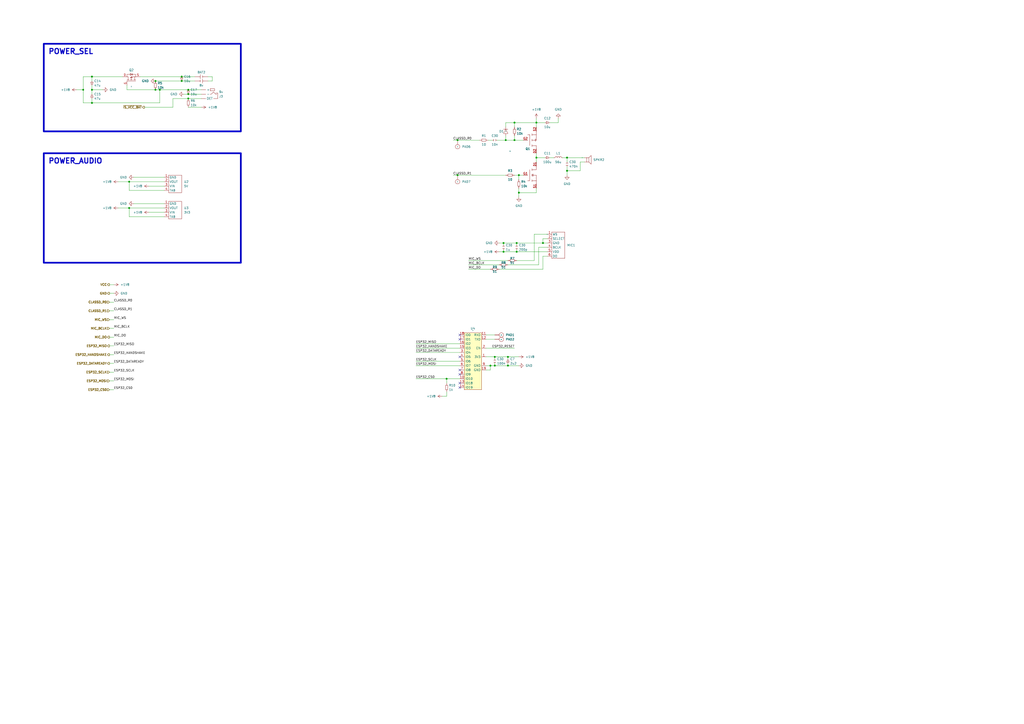
<source format=kicad_sch>
(kicad_sch (version 20230121) (generator eeschema)
  (paper "A2")
  (lib_symbols
    (symbol "a5d27_handheld_console:1117"
      (property "Reference" "U" (at 0 6.35 0))
      (symbol "1117_0_1"
        (rectangle (start -3.81 5.08) (end 3.81 -5.08))
      )
      (symbol "1117_1_1"
        (pin power_in line (at -6.35 3.81 0) (length 2.54) (name "GND") (number "1"))
        (pin power_out line (at -6.35 1.27 0) (length 2.54) (name "VOUT") (number "2"))
        (pin power_in line (at -6.35 -1.27 0) (length 2.54) (name "VIN") (number "3"))
        (pin power_out line (at -6.35 -3.81 0) (length 2.54) (name "TAB") (number "4"))
      )
    )
    (symbol "a5d27_handheld_console:3V3A_2" (power) (pin_names (offset 0))
      (property "Value" "3V3A_2" (at 0 3.556 0))
      (symbol "3V3A_2_0_1"
        (polyline (pts (xy -0.762 1.27) (xy 0 2.54)))
        (polyline (pts (xy 0 0) (xy 0 2.54)))
        (polyline (pts (xy 0 2.54) (xy 0.762 1.27)))
      )
      (symbol "3V3A_2_1_1"
        (pin power_in line (at 0 0 90) (length 0) hide (name "+1V8") (number "1"))
      )
    )
    (symbol "a5d27_handheld_console:3V3_2" (power) (pin_names (offset 0))
      (property "Value" "3V3_2" (at 0 3.556 0))
      (symbol "3V3_2_0_1"
        (polyline (pts (xy -0.762 1.27) (xy 0 2.54)))
        (polyline (pts (xy 0 0) (xy 0 2.54)))
        (polyline (pts (xy 0 2.54) (xy 0.762 1.27)))
      )
      (symbol "3V3_2_1_1"
        (pin power_in line (at 0 0 90) (length 0) hide (name "+1V8") (number "1"))
      )
    )
    (symbol "a5d27_handheld_console:5VA_2" (power) (pin_names (offset 0))
      (property "Value" "5VA_2" (at 0 3.556 0))
      (symbol "5VA_2_0_1"
        (polyline (pts (xy -0.762 1.27) (xy 0 2.54)))
        (polyline (pts (xy 0 0) (xy 0 2.54)))
        (polyline (pts (xy 0 2.54) (xy 0.762 1.27)))
      )
      (symbol "5VA_2_1_1"
        (pin power_in line (at 0 0 90) (length 0) hide (name "+1V8") (number "1"))
      )
    )
    (symbol "a5d27_handheld_console:BAT" (pin_numbers hide) (pin_names hide)
      (property "Reference" "BAT" (at 0 3.81 0))
      (symbol "BAT_0_1"
        (polyline (pts (xy -1.27 -1.27) (xy -0.635 -1.27)))
        (polyline (pts (xy -1.27 1.27) (xy -0.635 1.27)))
        (polyline (pts (xy -0.635 -0.635) (xy -0.635 -1.905)))
        (polyline (pts (xy -0.635 2.54) (xy -0.635 0)))
        (polyline (pts (xy 0.635 0) (xy 0.635 -2.54)))
        (polyline (pts (xy 0.635 1.905) (xy 0.635 0.635)))
        (polyline (pts (xy 1.27 -1.27) (xy 0.635 -1.27)))
        (polyline (pts (xy 1.27 1.27) (xy 0.635 1.27)))
      )
      (symbol "BAT_1_1"
        (pin power_out line (at -3.81 1.27 0) (length 2.54) (name "") (number "1"))
        (pin power_out line (at 3.81 1.27 180) (length 2.54) (name "") (number "2"))
        (pin power_out line (at -3.81 -1.27 0) (length 2.54) (name "") (number "3"))
        (pin power_out line (at 3.81 -1.27 180) (length 2.54) (name "") (number "4"))
      )
    )
    (symbol "a5d27_handheld_console:CAP_6.3pix5.3mm" (pin_numbers hide) (pin_names hide)
      (property "Reference" "C" (at 0 -1.905 0))
      (property "Value" "C" (at 0 1.905 0))
      (symbol "CAP_6.3pix5.3mm_0_1"
        (polyline (pts (xy 0.635 0.635) (xy 0.635 -0.635)))
        (polyline (pts (xy -0.635 0.635) (xy -0.635 -0.635) (xy 0 -0.635) (xy 0 0.635) (xy -0.635 0.635)))
      )
      (symbol "CAP_6.3pix5.3mm_1_1"
        (pin input line (at -1.27 0 0) (length 0.635) (name "") (number "1"))
        (pin input line (at 1.27 0 180) (length 0.635) (name "") (number "2"))
      )
    )
    (symbol "a5d27_handheld_console:CMS06" (pin_numbers hide) (pin_names hide)
      (property "Reference" "D" (at 0 2.54 0))
      (symbol "CMS06_0_1"
        (polyline (pts (xy 1.27 1.27) (xy 1.27 -1.27)))
        (polyline (pts (xy -1.27 1.27) (xy -1.27 -1.27) (xy 1.27 0) (xy -1.27 1.27)))
      )
      (symbol "CMS06_1_1"
        (pin passive line (at -2.54 0 0) (length 1.27) (name "") (number "1"))
        (pin passive line (at 2.54 0 180) (length 1.27) (name "") (number "2"))
      )
    )
    (symbol "a5d27_handheld_console:C_Ceramic_2012" (pin_numbers hide) (pin_names (offset 0) hide)
      (property "Reference" "C" (at 0 1.27 0))
      (symbol "C_Ceramic_2012_0_1"
        (polyline (pts (xy -0.635 0.635) (xy -0.635 -0.635)))
        (polyline (pts (xy 0.635 0.635) (xy 0.635 -0.635)))
      )
      (symbol "C_Ceramic_2012_1_1"
        (pin passive line (at -1.27 0 0) (length 0.635) (name "") (number "1"))
        (pin passive line (at 1.27 0 180) (length 0.635) (name "") (number "2"))
      )
    )
    (symbol "a5d27_handheld_console:C_Tantalum_3216" (pin_numbers hide) (pin_names (offset 0) hide)
      (property "Reference" "C" (at 0 1.905 0))
      (symbol "C_Tantalum_3216_0_1"
        (polyline (pts (xy 0.635 0.635) (xy 0.635 -0.635)))
        (polyline (pts (xy -0.635 0.635) (xy -0.635 -0.635) (xy 0 -0.635) (xy 0 0.635) (xy -0.635 0.635)))
      )
      (symbol "C_Tantalum_3216_1_1"
        (pin passive line (at -1.27 0 0) (length 0.635) (name "") (number "1"))
        (pin passive line (at 1.27 0 180) (length 0.635) (name "") (number "2"))
      )
    )
    (symbol "a5d27_handheld_console:DC_JACK" (pin_numbers hide)
      (property "Reference" "J" (at 0 3.175 0))
      (symbol "DC_JACK_0_1"
        (polyline (pts (xy 4.445 -3.81) (xy 6.985 -3.81) (xy 6.985 -0.635) (xy 5.715 -0.635)))
        (polyline (pts (xy 2.54 -1.27) (xy 3.175 -1.27) (xy 4.445 0) (xy 5.715 -1.27) (xy 6.35 -1.27)))
        (polyline (pts (xy 2.54 1.905) (xy 2.54 0.635) (xy 5.08 0.635) (xy 5.08 1.905) (xy 2.54 1.905)))
      )
      (symbol "DC_JACK_1_1"
        (pin power_out line (at -2.54 1.27 0) (length 2.54) (name "+") (number "1"))
        (pin power_out line (at -2.54 -1.27 0) (length 2.54) (name "-") (number "2"))
        (pin power_out line (at -2.54 -3.81 0) (length 2.54) (name "DET") (number "3"))
      )
    )
    (symbol "a5d27_handheld_console:DMC2400UV" (pin_names hide)
      (property "Reference" "Q" (at 10.16 0.635 0))
      (symbol "DMC2400UV_0_1"
        (polyline (pts (xy 12.7 -16.51) (xy 12.7 -17.78)))
        (polyline (pts (xy 12.7 -13.335) (xy 12.7 -14.605)))
        (polyline (pts (xy 12.7 -10.16) (xy 12.7 -11.43)))
        (polyline (pts (xy 12.7 3.81) (xy 12.7 2.54)))
        (polyline (pts (xy 12.7 6.35) (xy 14.605 6.35)))
        (polyline (pts (xy 12.7 6.985) (xy 12.7 5.715)))
        (polyline (pts (xy 12.7 10.16) (xy 12.7 8.89)))
        (polyline (pts (xy 15.24 9.525) (xy 15.24 6.35)))
        (polyline (pts (xy 10.16 -17.145) (xy 11.43 -17.145) (xy 11.43 -10.795)))
        (polyline (pts (xy 10.16 9.525) (xy 11.43 9.525) (xy 11.43 3.175)))
        (polyline (pts (xy 12.7 3.175) (xy 15.24 3.175) (xy 15.24 1.27)))
        (polyline (pts (xy 12.7 9.525) (xy 15.24 9.525) (xy 15.24 11.43)))
        (polyline (pts (xy 13.335 -13.97) (xy 15.24 -13.97) (xy 15.24 -17.145)))
        (polyline (pts (xy 15.24 -19.05) (xy 15.24 -17.145) (xy 12.7 -17.145)))
        (polyline (pts (xy 15.24 -8.89) (xy 15.24 -10.795) (xy 12.7 -10.795)))
        (polyline (pts (xy 13.335 -13.335) (xy 12.7 -13.97) (xy 13.335 -14.605) (xy 13.335 -13.335)))
        (polyline (pts (xy 14.605 6.985) (xy 15.24 6.35) (xy 14.605 5.715) (xy 14.605 6.985)))
      )
      (symbol "DMC2400UV_1_1"
        (pin input line (at 15.24 -6.35 270) (length 2.54) (name "D1") (number "D1"))
        (pin input line (at 15.24 -1.27 90) (length 2.54) (name "D2") (number "D2"))
        (pin input line (at 7.62 -13.97 0) (length 2.54) (name "G1") (number "G1"))
        (pin input line (at 7.62 6.35 0) (length 2.54) (name "G2") (number "G2"))
        (pin input line (at 15.24 -21.59 90) (length 2.54) (name "S1") (number "S1"))
        (pin input line (at 15.24 13.97 270) (length 2.54) (name "S2") (number "S2"))
      )
    )
    (symbol "a5d27_handheld_console:ESP32-C3-WROOM-02"
      (property "Reference" "U" (at 0 17.78 0))
      (symbol "ESP32-C3-WROOM-02_1_1"
        (rectangle (start -5.08 16.51) (end 5.08 -16.51) (fill (type background)))
        (pin power_in line (at 7.62 2.54 180) (length 2.54) (name "3V3") (number "1"))
        (pin bidirectional line (at -7.62 -10.16 0) (length 2.54) (name "IO10") (number "10"))
        (pin bidirectional line (at 7.62 15.24 180) (length 2.54) (name "RXD") (number "11"))
        (pin bidirectional line (at 7.62 12.7 180) (length 2.54) (name "TXD") (number "12"))
        (pin bidirectional line (at -7.62 -12.7 0) (length 2.54) (name "IO18") (number "13"))
        (pin bidirectional line (at -7.62 -15.24 0) (length 2.54) (name "IO19") (number "14"))
        (pin bidirectional line (at -7.62 7.62 0) (length 2.54) (name "IO3") (number "15"))
        (pin bidirectional line (at -7.62 10.16 0) (length 2.54) (name "IO2") (number "16"))
        (pin bidirectional line (at -7.62 12.7 0) (length 2.54) (name "IO1") (number "17"))
        (pin bidirectional line (at -7.62 15.24 0) (length 2.54) (name "IO0") (number "18"))
        (pin power_in line (at 7.62 -5.08 180) (length 2.54) (name "GND") (number "19"))
        (pin input line (at 7.62 7.62 180) (length 2.54) (name "EN") (number "2"))
        (pin bidirectional line (at -7.62 5.08 0) (length 2.54) (name "IO4") (number "3"))
        (pin bidirectional line (at -7.62 2.54 0) (length 2.54) (name "IO5") (number "4"))
        (pin bidirectional line (at -7.62 0 0) (length 2.54) (name "IO6") (number "5"))
        (pin bidirectional line (at -7.62 -2.54 0) (length 2.54) (name "IO7") (number "6"))
        (pin bidirectional line (at -7.62 -5.08 0) (length 2.54) (name "IO8") (number "7"))
        (pin bidirectional line (at -7.62 -7.62 0) (length 2.54) (name "IO9") (number "8"))
        (pin power_in line (at 7.62 -2.54 180) (length 2.54) (name "GND") (number "9"))
      )
    )
    (symbol "a5d27_handheld_console:GND_2" (power) (pin_names (offset 0))
      (property "Value" "GND_2" (at 0 -3.81 0))
      (symbol "GND_2_0_1"
        (polyline (pts (xy 0 0) (xy 0 -1.27) (xy 1.27 -1.27) (xy 0 -2.54) (xy -1.27 -1.27) (xy 0 -1.27)))
      )
      (symbol "GND_2_1_1"
        (pin power_in line (at 0 0 270) (length 0) hide (name "GND") (number "1"))
      )
    )
    (symbol "a5d27_handheld_console:LQH3NPH560MMEL" (pin_numbers hide) (pin_names hide)
      (property "Reference" "L" (at 0 1.905 0))
      (property "Value" "L" (at 0 -1.27 0))
      (symbol "LQH3NPH560MMEL_0_1"
        (arc (start -1.27 0.635) (mid -1.719 0.449) (end -1.905 0))
        (arc (start -0.635 0) (mid -0.821 0.449) (end -1.27 0.635))
        (arc (start 0 0.635) (mid -0.449 0.449) (end -0.635 0))
        (arc (start 0.635 0) (mid 0.449 0.449) (end 0 0.635))
        (arc (start 1.27 0.635) (mid 0.821 0.449) (end 0.635 0))
        (arc (start 1.905 0) (mid 1.719 0.449) (end 1.27 0.635))
      )
      (symbol "LQH3NPH560MMEL_1_1"
        (pin input line (at -2.54 0 0) (length 0.635) (name "") (number "1"))
        (pin input line (at 2.54 0 180) (length 0.635) (name "") (number "2"))
      )
    )
    (symbol "a5d27_handheld_console:P-FET"
      (property "Reference" "Q" (at 3.175 0 0))
      (symbol "P-FET_0_1"
        (polyline (pts (xy -2.54 2.54) (xy -2.54 -2.54)))
        (polyline (pts (xy -1.905 -1.27) (xy -1.905 -2.54)))
        (polyline (pts (xy -1.905 0.635) (xy -1.905 -0.635)))
        (polyline (pts (xy -1.905 2.54) (xy -1.905 1.27)))
        (polyline (pts (xy -0.635 -0.635) (xy 0 0)))
        (polyline (pts (xy -0.635 0.635) (xy -0.635 -0.635)))
        (polyline (pts (xy -0.635 0.635) (xy 0 0)))
        (polyline (pts (xy 0 -1.905) (xy -1.905 -1.905)))
        (polyline (pts (xy 1.905 -0.635) (xy 0.635 -0.635)))
        (polyline (pts (xy 0 -2.54) (xy 0 0) (xy -1.905 0)))
        (polyline (pts (xy 0 2.54) (xy 0 1.905) (xy -1.905 1.905)))
        (polyline (pts (xy 0 2.54) (xy 1.27 2.54) (xy 1.27 -2.54) (xy 0 -2.54)))
        (polyline (pts (xy 1.905 0.635) (xy 1.27 -0.635) (xy 0.635 0.635) (xy 1.905 0.635)))
      )
      (symbol "P-FET_1_1"
        (pin input line (at 0 5.08 270) (length 2.54) (name "") (number "D"))
        (pin input line (at -5.08 2.54 0) (length 2.54) (name "") (number "G"))
        (pin input line (at 0 -5.08 90) (length 2.54) (name "") (number "S"))
      )
    )
    (symbol "a5d27_handheld_console:PAD" (pin_numbers hide) (pin_names hide)
      (property "Reference" "PAD" (at 0 3.175 0))
      (symbol "PAD_0_1"
        (circle (center 0 0) (radius 1.27))
      )
      (symbol "PAD_1_1"
        (pin input line (at -3.81 0 0) (length 2.54) (name "1") (number "1"))
      )
    )
    (symbol "a5d27_handheld_console:R_2012" (pin_numbers hide) (pin_names hide)
      (property "Reference" "R" (at 0 0.635 0))
      (symbol "R_2012_0_1"
        (polyline (pts (xy -1.27 -0.635) (xy -1.27 -1.905) (xy 1.27 -1.905) (xy 1.27 -0.635) (xy -1.27 -0.635)))
      )
      (symbol "R_2012_1_1"
        (pin passive line (at -2.54 -1.27 0) (length 1.27) (name "") (number "1"))
        (pin passive line (at 2.54 -1.27 180) (length 1.27) (name "") (number "2"))
      )
    )
    (symbol "a5d27_handheld_console:SPEAKER" (pin_numbers hide) (pin_names hide)
      (property "Reference" "SPKR" (at 0 3.81 0))
      (symbol "SPEAKER_0_1"
        (polyline (pts (xy 0 1.27) (xy 1.27 2.54) (xy 1.27 -2.54) (xy 0 -1.27)))
        (polyline (pts (xy -1.27 1.27) (xy -1.27 -1.27) (xy 0 -1.27) (xy 0 1.27) (xy -1.27 1.27)))
      )
      (symbol "SPEAKER_1_1"
        (pin passive line (at -2.54 1.27 0) (length 1.27) (name "") (number "1"))
        (pin passive line (at -2.54 -1.27 0) (length 1.27) (name "") (number "2"))
      )
    )
    (symbol "a5d27_handheld_console:SPH0645LM4H-B"
      (property "Reference" "MIC" (at 0 8.89 0))
      (symbol "SPH0645LM4H-B_0_1"
        (rectangle (start -3.81 7.62) (end 3.81 -7.62))
      )
      (symbol "SPH0645LM4H-B_1_1"
        (pin input line (at -6.35 6.35 0) (length 2.54) (name "WS") (number "1"))
        (pin input line (at -6.35 3.81 0) (length 2.54) (name "SELECT") (number "2"))
        (pin input line (at -6.35 1.27 0) (length 2.54) (name "GND") (number "3"))
        (pin input line (at -6.35 -1.27 0) (length 2.54) (name "BCLK") (number "4"))
        (pin input line (at -6.35 -3.81 0) (length 2.54) (name "VDD") (number "5"))
        (pin input line (at -6.35 -6.35 0) (length 2.54) (name "DO") (number "6"))
      )
    )
    (symbol "a5d27_handheld_console:VCC_2" (power) (pin_names (offset 0))
      (property "Value" "VCC_2" (at 0 3.556 0))
      (symbol "VCC_2_0_1"
        (polyline (pts (xy -0.762 1.27) (xy 0 2.54)))
        (polyline (pts (xy 0 0) (xy 0 2.54)))
        (polyline (pts (xy 0 2.54) (xy 0.762 1.27)))
      )
      (symbol "VCC_2_1_1"
        (pin power_in line (at 0 0 90) (length 0) hide (name "+1V8") (number "1"))
      )
    )
  )
  (junction (at 90.17 46.99))
  (junction (at 292.1 146.05))
  (junction (at 294.64 212.09))
  (junction (at 53.34 59.69))
  (junction (at 328.93 91.44))
  (junction (at 298.45 71.12))
  (junction (at 294.64 207.01))
  (junction (at 293.37 81.28))
  (junction (at 311.15 91.44))
  (junction (at 109.22 57.15))
  (junction (at 292.1 140.97))
  (junction (at 311.15 71.12))
  (junction (at 105.41 44.45))
  (junction (at 287.02 212.09))
  (junction (at 90.17 52.07))
  (junction (at 74.93 105.41))
  (junction (at 284.48 212.09))
  (junction (at 53.34 52.07))
  (junction (at 48.26 52.07))
  (junction (at 109.22 54.61))
  (junction (at 265.43 81.28))
  (junction (at 300.99 101.6))
  (junction (at 287.02 207.01))
  (junction (at 298.45 81.28))
  (junction (at 328.93 99.06))
  (junction (at 299.72 140.97))
  (junction (at 299.72 146.05))
  (junction (at 259.08 219.71))
  (junction (at 265.43 101.6))
  (junction (at 105.41 46.99))
  (junction (at 74.93 120.65))
  (junction (at 109.22 52.07))
  (junction (at 53.34 44.45))
  (junction (at 300.99 111.76))
  (junction (at 92.71 52.07))
  (junction (at 314.96 140.97))
  (no_connect (at 266.7 194.31))
  (no_connect (at 266.7 207.01))
  (no_connect (at 266.7 217.17))
  (no_connect (at 266.7 214.63))
  (no_connect (at 266.7 224.79))
  (no_connect (at 266.7 196.85))
  (no_connect (at 266.7 222.25))
  (wire (pts (xy 262.89 81.28) (xy 265.43 81.28)))
  (wire (pts (xy 281.94 194.31) (xy 287.02 194.31)))
  (wire (pts (xy 294.64 207.01) (xy 300.99 207.01)))
  (wire (pts (xy 326.39 91.44) (xy 328.93 91.44)))
  (wire (pts (xy 90.17 46.99) (xy 105.41 46.99)))
  (wire (pts (xy 105.41 46.99) (xy 113.03 46.99)))
  (wire (pts (xy 314.96 140.97) (xy 317.5 140.97)))
  (wire (pts (xy 318.77 91.44) (xy 321.31 91.44)))
  (wire (pts (xy 289.56 156.21) (xy 314.96 156.21)))
  (wire (pts (xy 299.72 146.05) (xy 317.5 146.05)))
  (wire (pts (xy 63.5 185.42) (xy 66.04 185.42)))
  (wire (pts (xy 293.37 71.12) (xy 293.37 73.66)))
  (wire (pts (xy 293.37 78.74) (xy 293.37 81.28)))
  (wire (pts (xy 63.5 195.58) (xy 66.04 195.58)))
  (wire (pts (xy 63.5 175.26) (xy 66.04 175.26)))
  (wire (pts (xy 281.94 196.85) (xy 287.02 196.85)))
  (wire (pts (xy 63.5 165.1) (xy 66.04 165.1)))
  (wire (pts (xy 68.58 105.41) (xy 74.93 105.41)))
  (wire (pts (xy 241.3 212.09) (xy 266.7 212.09)))
  (wire (pts (xy 120.65 44.45) (xy 123.19 44.45)))
  (wire (pts (xy 241.3 201.93) (xy 266.7 201.93)))
  (wire (pts (xy 300.99 111.76) (xy 311.15 111.76)))
  (wire (pts (xy 336.55 93.98) (xy 339.09 93.98)))
  (wire (pts (xy 262.89 101.6) (xy 265.43 101.6)))
  (wire (pts (xy 86.36 123.19) (xy 95.25 123.19)))
  (wire (pts (xy 63.5 200.66) (xy 66.04 200.66)))
  (wire (pts (xy 299.72 151.13) (xy 309.88 151.13)))
  (wire (pts (xy 311.15 88.9) (xy 311.15 91.44)))
  (wire (pts (xy 53.34 59.69) (xy 48.26 59.69)))
  (wire (pts (xy 323.85 71.12) (xy 323.85 68.58)))
  (wire (pts (xy 63.5 205.74) (xy 66.04 205.74)))
  (wire (pts (xy 283.21 81.28) (xy 285.75 81.28)))
  (wire (pts (xy 63.5 210.82) (xy 66.04 210.82)))
  (wire (pts (xy 294.64 210.82) (xy 294.64 212.09)))
  (wire (pts (xy 265.43 81.28) (xy 278.13 81.28)))
  (wire (pts (xy 281.94 207.01) (xy 287.02 207.01)))
  (wire (pts (xy 241.3 219.71) (xy 259.08 219.71)))
  (wire (pts (xy 83.82 62.23) (xy 100.33 62.23)))
  (wire (pts (xy 311.15 91.44) (xy 316.23 91.44)))
  (wire (pts (xy 300.99 101.6) (xy 303.53 101.6)))
  (wire (pts (xy 298.45 78.74) (xy 298.45 81.28)))
  (wire (pts (xy 314.96 148.59) (xy 314.96 156.21)))
  (wire (pts (xy 63.5 180.34) (xy 66.04 180.34)))
  (wire (pts (xy 259.08 229.87) (xy 259.08 227.33)))
  (wire (pts (xy 92.71 52.07) (xy 109.22 52.07)))
  (wire (pts (xy 300.99 109.22) (xy 300.99 111.76)))
  (wire (pts (xy 100.33 57.15) (xy 100.33 62.23)))
  (wire (pts (xy 53.34 44.45) (xy 53.34 46.99)))
  (wire (pts (xy 292.1 146.05) (xy 299.72 146.05)))
  (wire (pts (xy 328.93 91.44) (xy 339.09 91.44)))
  (wire (pts (xy 105.41 44.45) (xy 113.03 44.45)))
  (wire (pts (xy 74.93 120.65) (xy 74.93 125.73)))
  (wire (pts (xy 314.96 138.43) (xy 314.96 140.97)))
  (wire (pts (xy 284.48 212.09) (xy 287.02 212.09)))
  (wire (pts (xy 294.64 212.09) (xy 300.99 212.09)))
  (wire (pts (xy 317.5 138.43) (xy 314.96 138.43)))
  (wire (pts (xy 71.12 44.45) (xy 53.34 44.45)))
  (wire (pts (xy 317.5 143.51) (xy 312.42 143.51)))
  (wire (pts (xy 81.28 44.45) (xy 105.41 44.45)))
  (wire (pts (xy 259.08 222.25) (xy 259.08 219.71)))
  (wire (pts (xy 48.26 44.45) (xy 48.26 52.07)))
  (wire (pts (xy 109.22 54.61) (xy 116.84 54.61)))
  (wire (pts (xy 292.1 144.78) (xy 292.1 146.05)))
  (wire (pts (xy 241.3 204.47) (xy 266.7 204.47)))
  (wire (pts (xy 284.48 214.63) (xy 284.48 212.09)))
  (wire (pts (xy 281.94 214.63) (xy 284.48 214.63)))
  (wire (pts (xy 309.88 135.89) (xy 309.88 151.13)))
  (wire (pts (xy 311.15 111.76) (xy 311.15 109.22)))
  (wire (pts (xy 287.02 207.01) (xy 294.64 207.01)))
  (wire (pts (xy 292.1 140.97) (xy 292.1 142.24)))
  (wire (pts (xy 259.08 219.71) (xy 266.7 219.71)))
  (wire (pts (xy 300.99 111.76) (xy 300.99 114.3)))
  (wire (pts (xy 298.45 71.12) (xy 293.37 71.12)))
  (wire (pts (xy 90.17 52.07) (xy 92.71 52.07)))
  (wire (pts (xy 281.94 212.09) (xy 284.48 212.09)))
  (wire (pts (xy 77.47 118.11) (xy 95.25 118.11)))
  (wire (pts (xy 73.66 52.07) (xy 90.17 52.07)))
  (wire (pts (xy 299.72 140.97) (xy 314.96 140.97)))
  (wire (pts (xy 289.56 146.05) (xy 292.1 146.05)))
  (wire (pts (xy 241.3 209.55) (xy 266.7 209.55)))
  (wire (pts (xy 299.72 140.97) (xy 299.72 142.24)))
  (wire (pts (xy 299.72 144.78) (xy 299.72 146.05)))
  (wire (pts (xy 63.5 190.5) (xy 66.04 190.5)))
  (wire (pts (xy 74.93 125.73) (xy 95.25 125.73)))
  (wire (pts (xy 271.78 156.21) (xy 284.48 156.21)))
  (wire (pts (xy 318.77 71.12) (xy 323.85 71.12)))
  (wire (pts (xy 312.42 143.51) (xy 312.42 153.67)))
  (wire (pts (xy 256.54 229.87) (xy 259.08 229.87)))
  (wire (pts (xy 53.34 52.07) (xy 53.34 54.61)))
  (wire (pts (xy 336.55 99.06) (xy 336.55 93.98)))
  (wire (pts (xy 287.02 207.01) (xy 287.02 208.28)))
  (wire (pts (xy 288.29 81.28) (xy 293.37 81.28)))
  (wire (pts (xy 109.22 57.15) (xy 100.33 57.15)))
  (wire (pts (xy 287.02 210.82) (xy 287.02 212.09)))
  (wire (pts (xy 123.19 46.99) (xy 120.65 46.99)))
  (wire (pts (xy 292.1 140.97) (xy 299.72 140.97)))
  (wire (pts (xy 48.26 52.07) (xy 48.26 59.69)))
  (wire (pts (xy 311.15 71.12) (xy 316.23 71.12)))
  (wire (pts (xy 92.71 59.69) (xy 53.34 59.69)))
  (wire (pts (xy 311.15 71.12) (xy 298.45 71.12)))
  (wire (pts (xy 95.25 120.65) (xy 74.93 120.65)))
  (wire (pts (xy 92.71 52.07) (xy 92.71 59.69)))
  (wire (pts (xy 106.68 54.61) (xy 109.22 54.61)))
  (wire (pts (xy 287.02 212.09) (xy 294.64 212.09)))
  (wire (pts (xy 328.93 99.06) (xy 328.93 101.6)))
  (wire (pts (xy 63.5 220.98) (xy 66.04 220.98)))
  (wire (pts (xy 298.45 101.6) (xy 300.99 101.6)))
  (wire (pts (xy 294.64 153.67) (xy 312.42 153.67)))
  (wire (pts (xy 271.78 151.13) (xy 294.64 151.13)))
  (wire (pts (xy 77.47 102.87) (xy 95.25 102.87)))
  (wire (pts (xy 74.93 110.49) (xy 95.25 110.49)))
  (wire (pts (xy 317.5 135.89) (xy 309.88 135.89)))
  (wire (pts (xy 311.15 91.44) (xy 311.15 93.98)))
  (wire (pts (xy 271.78 153.67) (xy 289.56 153.67)))
  (wire (pts (xy 109.22 52.07) (xy 116.84 52.07)))
  (wire (pts (xy 311.15 68.58) (xy 311.15 71.12)))
  (wire (pts (xy 109.22 62.23) (xy 116.84 62.23)))
  (wire (pts (xy 328.93 99.06) (xy 336.55 99.06)))
  (wire (pts (xy 298.45 71.12) (xy 298.45 73.66)))
  (wire (pts (xy 289.56 140.97) (xy 292.1 140.97)))
  (wire (pts (xy 123.19 44.45) (xy 123.19 46.99)))
  (wire (pts (xy 95.25 105.41) (xy 74.93 105.41)))
  (wire (pts (xy 86.36 107.95) (xy 95.25 107.95)))
  (wire (pts (xy 74.93 105.41) (xy 74.93 110.49)))
  (wire (pts (xy 44.45 52.07) (xy 48.26 52.07)))
  (wire (pts (xy 328.93 96.52) (xy 328.93 99.06)))
  (wire (pts (xy 63.5 226.06) (xy 66.04 226.06)))
  (wire (pts (xy 298.45 81.28) (xy 303.53 81.28)))
  (wire (pts (xy 63.5 215.9) (xy 66.04 215.9)))
  (wire (pts (xy 293.37 81.28) (xy 298.45 81.28)))
  (wire (pts (xy 53.34 52.07) (xy 59.69 52.07)))
  (wire (pts (xy 53.34 57.15) (xy 53.34 59.69)))
  (wire (pts (xy 73.66 52.07) (xy 73.66 49.53)))
  (wire (pts (xy 241.3 199.39) (xy 266.7 199.39)))
  (wire (pts (xy 300.99 101.6) (xy 300.99 104.14)))
  (wire (pts (xy 265.43 101.6) (xy 293.37 101.6)))
  (wire (pts (xy 116.84 57.15) (xy 109.22 57.15)))
  (wire (pts (xy 63.5 170.18) (xy 66.04 170.18)))
  (wire (pts (xy 53.34 49.53) (xy 53.34 52.07)))
  (wire (pts (xy 311.15 71.12) (xy 311.15 73.66)))
  (wire (pts (xy 294.64 207.01) (xy 294.64 208.28)))
  (wire (pts (xy 328.93 91.44) (xy 328.93 93.98)))
  (wire (pts (xy 53.34 44.45) (xy 48.26 44.45)))
  (wire (pts (xy 317.5 148.59) (xy 314.96 148.59)))
  (wire (pts (xy 68.58 120.65) (xy 74.93 120.65)))
  (wire (pts (xy 281.94 201.93) (xy 298.45 201.93)))
  (rectangle (start 25.4 88.9) (end 139.7 152.4) (stroke (width 1)))
  (rectangle (start 25.4 25.4) (end 139.7 76.2) (stroke (width 1)))
  (text "POWER_SEL" (at 27.94 31.75 0) (effects (font (size 3 3) bold) (justify left bottom)))
  (text "POWER_AUDIO" (at 27.94 95.25 0) (effects (font (size 3 3) bold) (justify left bottom)))
  (label "MIC_BCLK" (at 271.78 153.67 0))
  (label "ESP32_MISO" (at 66.04 200.66 0))
  (label "ESP32_CS0" (at 66.04 226.06 0))
  (label "ESP32_RESET" (at 298.45 201.93 180))
  (label "CLASSD_R1" (at 262.89 101.6 0))
  (label "CLASSD_R0" (at 66.04 175.26 0))
  (label "MIC_WS" (at 66.04 185.42 0))
  (label "ESP32_HANDSHAKE" (at 241.3 201.93 0))
  (label "ESP32_SCLK" (at 66.04 215.9 0))
  (label "CLASSD_R1" (at 66.04 180.34 0))
  (label "ESP32_SCLK" (at 241.3 209.55 0))
  (label "ESP32_CS0" (at 241.3 219.71 0))
  (label "ESP32_MOSI" (at 241.3 212.09 0))
  (label "ESP32_MISO" (at 241.3 199.39 0))
  (label "MIC_DO" (at 66.04 195.58 0))
  (label "ESP32_DATAREADY" (at 241.3 204.47 0))
  (label "ESP32_DATAREADY" (at 66.04 210.82 0))
  (label "MIC_BCLK" (at 66.04 190.5 0))
  (label "MIC_WS" (at 271.78 151.13 0))
  (label "MIC_DO" (at 271.78 156.21 0))
  (label "CLASSD_R0" (at 262.89 81.28 0))
  (label "ESP32_HANDSHAKE" (at 66.04 205.74 0))
  (label "ESP32_MOSI" (at 66.04 220.98 0))
  (hierarchical_label "ESP32_SCLK" (shape input) (at 63.5 215.9 180) (effects (font bold)))
  (hierarchical_label "GND" (shape output) (at 63.5 170.18 180) (effects (font bold)))
  (hierarchical_label "ESP32_MISO" (shape output) (at 63.5 200.66 180) (effects (font bold)))
  (hierarchical_label "CLASSD_R0" (shape input) (at 63.5 175.26 180) (effects (font (thickness 0.254) bold)))
  (hierarchical_label "ESP32_HANDSHAKE" (shape output) (at 63.5 205.74 180) (effects (font bold)))
  (hierarchical_label "CLASSD_R1" (shape input) (at 63.5 180.34 180) (effects (font (thickness 0.254) bold)))
  (hierarchical_label "MIC_DO" (shape output) (at 63.5 195.58 180) (effects (font bold)))
  (hierarchical_label "ESP32_DATAREADY" (shape output) (at 63.5 210.82 180) (effects (font bold)))
  (hierarchical_label "ESP32_MOSI" (shape input) (at 63.5 220.98 180) (effects (font bold)))
  (hierarchical_label "~{IS_VCC_BAT}" (shape output) (at 83.82 62.23 180) (effects (font bold)))
  (hierarchical_label "VCC" (shape output) (at 63.5 165.1 180) (effects (font bold)))
  (hierarchical_label "ESP32_CS0" (shape input) (at 63.5 226.06 180) (effects (font bold)))
  (hierarchical_label "MIC_BCLK" (shape input) (at 63.5 190.5 180) (effects (font bold)))
  (hierarchical_label "MIC_WS" (shape input) (at 63.5 185.42 180) (effects (font bold)))
  (symbol (lib_id "a5d27_handheld_console:CAP_6.3pix5.3mm") (at 317.5 91.44 0) (unit 1)
    (property "Reference" "C11" (at 317.5 88.9 0))
    (property "Value" "100u" (at 317.5 93.98 0))
    (property "Footprint" "a5d27_handheld_console:CAP_6.3pix5.3mm" (effects hide))
    (property "Datasheet" "https://www.devicemart.co.kr/goods/view?no=4249" (effects hide))
  )
  (symbol (lib_id "a5d27_handheld_console:C_Tantalum_3216") (at 53.34 55.88 270) (mirror x) (unit 1)
    (property "Reference" "C15" (at 54.61 54.61 90) (effects (justify left)))
    (property "Value" "47u" (at 54.61 57.15 90) (effects (justify left)))
    (property "Footprint" "a5d27_handheld_console:C_Tantalum_3216" (effects hide))
  )
  (symbol (lib_id "a5d27_handheld_console:R_2012") (at 287.02 157.48 180) (unit 1)
    (property "Reference" "R9" (at 287.02 154.94 0))
    (property "Value" "51" (at 287.02 157.48 0))
    (property "Footprint" "a5d27_handheld_console:R_2012" (effects hide))
  )
  (symbol (lib_id "a5d27_handheld_console:GND_2") (at 289.56 140.97 270) (unit 1)
    (property "Reference" "#PWR080" (effects hide))
    (property "Value" "GND_2" (at 285.75 140.97 90) (effects (justify right)))
  )
  (symbol (lib_id "a5d27_handheld_console:C_Ceramic_2012") (at 299.72 143.51 270) (unit 1)
    (property "Reference" "C30" (at 300.99 142.24 90) (effects (justify left)))
    (property "Value" "200p" (at 300.99 144.78 90) (effects (justify left)))
    (property "Footprint" "a5d27_handheld_console:C_Ceramic_2012" (effects hide))
    (instances (project "a5d27_handheld_console_pcb" (path "" (reference "C30") (unit 1)) (path "" (reference "C18") (unit 1))))
  )
  (symbol (lib_id "a5d27_handheld_console:GND_2") (at 323.85 68.58 180) (unit 1)
    (property "Reference" "#PWR062" (effects hide))
    (property "Value" "GND_2" (at 323.85 63.5 0))
  )
  (symbol (lib_id "a5d27_handheld_console:GND_2") (at 300.99 212.09 90) (unit 1)
    (property "Reference" "#PWR083" (effects hide))
    (property "Value" "GND_2" (at 304.8 212.09 90) (effects (justify right)))
  )
  (symbol (lib_id "a5d27_handheld_console:C_Tantalum_3216") (at 294.64 209.55 90) (unit 1)
    (property "Reference" "C7" (at 295.91 208.28 90) (effects (justify right)))
    (property "Value" "2u2" (at 295.91 210.82 90) (effects (justify right)))
    (property "Footprint" "a5d27_handheld_console:C_Tantalum_3216" (effects hide))
    (instances (project "a5d27_handheld_console_pcb" (path "" (reference "C7") (unit 1)) (path "" (reference "C39") (unit 1))))
  )
  (symbol (lib_id "a5d27_handheld_console:BAT") (at 116.84 45.72 0) (unit 1)
    (property "Reference" "BAT2" (at 116.84 41.91 0))
    (property "Value" "8v" (at 116.84 49.53 0))
    (property "Footprint" "a5d27_handheld_console:BAT" (effects hide))
  )
  (symbol (lib_id "a5d27_handheld_console:R_2012") (at 297.18 152.4 180) (unit 1)
    (property "Reference" "R7" (at 297.18 149.86 0))
    (property "Value" "51" (at 297.18 152.4 0))
    (property "Footprint" "a5d27_handheld_console:R_2012" (effects hide))
  )
  (symbol (lib_id "a5d27_handheld_console:C_Tantalum_3216") (at 317.5 71.12 0) (unit 1)
    (property "Reference" "C12" (at 317.5 68.58 0))
    (property "Value" "10u" (at 317.5 73.66 0))
    (property "Footprint" "a5d27_handheld_console:C_Tantalum_3216" (effects hide))
  )
  (symbol (lib_id "a5d27_handheld_console:R_2012") (at 295.91 100.33 0) (unit 1)
    (property "Reference" "R3" (at 295.91 99.06 0))
    (property "Value" "10" (at 295.91 104.14 0))
    (property "Footprint" "a5d27_handheld_console:R_2012" (effects hide))
  )
  (symbol (lib_id "a5d27_handheld_console:R_2012") (at 299.72 106.68 90) (unit 1)
    (property "Reference" "R4" (at 302.26 105.41 90) (effects (justify right)))
    (property "Value" "10k" (at 302.26 107.95 90) (effects (justify right)))
    (property "Footprint" "a5d27_handheld_console:R_2012" (effects hide))
  )
  (symbol (lib_id "a5d27_handheld_console:GND_2") (at 328.93 101.6 0) (unit 1)
    (property "Reference" "#PWR064" (effects hide))
    (property "Value" "GND_2" (at 328.93 106.68 0))
  )
  (symbol (lib_id "a5d27_handheld_console:P-FET") (at 76.2 44.45 90) (unit 1)
    (property "Reference" "Q2" (at 76.2 40.64 90))
    (property "Value" "~" (at 76.2 50.165 0))
    (property "Footprint" "a5d27_handheld_console:DMG2301L" (effects hide))
  )
  (symbol (lib_id "a5d27_handheld_console:5VA_2") (at 311.15 68.58 0) (unit 1)
    (property "Reference" "#PWR061" (effects hide))
    (property "Value" "5VA_2" (at 311.15 63.5 0))
  )
  (symbol (lib_id "a5d27_handheld_console:VCC_2") (at 66.04 165.1 270) (unit 1)
    (property "Reference" "#PWR070" (effects hide))
    (property "Value" "VCC_2" (at 69.85 165.1 90) (effects (justify left)))
  )
  (symbol (lib_id "a5d27_handheld_console:DMC2400UV") (at 295.91 87.63 0) (unit 1)
    (property "Reference" "Q1" (at 304.8 86.36 0) (effects (justify left)))
    (property "Value" "~" (at 295.91 87.63 0))
    (property "Footprint" "a5d27_handheld_console:DMC2400UV" (effects hide))
  )
  (symbol (lib_id "a5d27_handheld_console:C_Tantalum_3216") (at 53.34 48.26 90) (mirror x) (unit 1)
    (property "Reference" "C14" (at 54.61 46.99 90) (effects (justify right)))
    (property "Value" "47u" (at 54.61 49.53 90) (effects (justify right)))
    (property "Footprint" "a5d27_handheld_console:C_Tantalum_3216" (effects hide))
  )
  (symbol (lib_id "a5d27_handheld_console:1117") (at 101.6 121.92 0) (unit 1)
    (property "Reference" "U3" (at 106.68 120.65 0) (effects (justify left)))
    (property "Value" "3V3" (at 106.68 123.19 0) (effects (justify left)))
    (property "Footprint" "a5d27_handheld_console:1117" (effects hide))
  )
  (symbol (lib_id "a5d27_handheld_console:PAD") (at 265.43 85.09 270) (unit 1)
    (property "Reference" "PAD6" (at 267.97 85.09 90) (effects (justify left)))
    (property "Value" "~" (at 265.43 85.09 0))
    (property "Footprint" "a5d27_handheld_console:PAD" (effects hide))
    (instances (project "a5d27_handheld_console_pcb" (path "" (reference "PAD6") (unit 1)) (path "" (reference "PAD3") (unit 1))))
  )
  (symbol (lib_id "a5d27_handheld_console:ESP32-C3-WROOM-02") (at 274.32 209.55 0) (unit 1)
    (property "Reference" "U4" (at 274.32 190.5 0))
    (property "Value" "~" (at 274.32 191.77 0))
    (property "Footprint" "a5d27_handheld_console:ESP32-C3-WROOM-02" (effects hide))
  )
  (symbol (lib_id "a5d27_handheld_console:CMS06") (at 293.37 76.2 90) (unit 1)
    (property "Reference" "D1" (at 289.56 76.2 90) (effects (justify right)))
    (property "Value" "~" (at 293.37 76.2 0))
    (property "Footprint" "a5d27_handheld_console:CMS06" (effects hide))
  )
  (symbol (lib_id "a5d27_handheld_console:3V3_2") (at 68.58 120.65 90) (unit 1)
    (property "Reference" "#PWR084" (effects hide))
    (property "Value" "3V3_2" (at 64.77 120.65 90) (effects (justify left)))
  )
  (symbol (lib_id "a5d27_handheld_console:R_2012") (at 88.9 49.53 90) (unit 1)
    (property "Reference" "R5" (at 91.44 48.26 90) (effects (justify right)))
    (property "Value" "10k" (at 91.44 50.8 90) (effects (justify right)))
    (property "Footprint" "a5d27_handheld_console:R_2012" (effects hide))
  )
  (symbol (lib_id "a5d27_handheld_console:C_Ceramic_2012") (at 287.02 209.55 270) (unit 1)
    (property "Reference" "C30" (at 288.29 208.28 90) (effects (justify left)))
    (property "Value" "100n" (at 288.29 210.82 90) (effects (justify left)))
    (property "Footprint" "a5d27_handheld_console:C_Ceramic_2012" (effects hide))
    (instances (project "a5d27_handheld_console_pcb" (path "" (reference "C30") (unit 1)) (path "" (reference "C36") (unit 1))))
  )
  (symbol (lib_id "a5d27_handheld_console:R_2012") (at 260.35 224.79 270) (unit 1)
    (property "Reference" "R10" (at 260.35 223.52 90) (effects (justify left)))
    (property "Value" "1k" (at 260.35 226.06 90) (effects (justify left)))
    (property "Footprint" "a5d27_handheld_console:R_2012" (effects hide))
  )
  (symbol (lib_id "a5d27_handheld_console:VCC_2") (at 86.36 123.19 90) (unit 1)
    (property "Reference" "#PWR078" (effects hide))
    (property "Value" "VCC_2" (at 82.55 123.19 90) (effects (justify left)))
  )
  (symbol (lib_id "a5d27_handheld_console:PAD") (at 265.43 105.41 270) (unit 1)
    (property "Reference" "PAD7" (at 267.97 105.41 90) (effects (justify left)))
    (property "Value" "~" (at 265.43 105.41 0))
    (property "Footprint" "a5d27_handheld_console:PAD" (effects hide))
    (instances (project "a5d27_handheld_console_pcb" (path "" (reference "PAD7") (unit 1)) (path "" (reference "PAD3") (unit 1))))
  )
  (symbol (lib_id "a5d27_handheld_console:VCC_2") (at 86.36 107.95 90) (unit 1)
    (property "Reference" "#PWR025" (effects hide))
    (property "Value" "VCC_2" (at 82.55 107.95 90) (effects (justify left)))
  )
  (symbol (lib_id "a5d27_handheld_console:VCC_2") (at 44.45 52.07 90) (unit 1)
    (property "Reference" "#PWR069" (effects hide))
    (property "Value" "VCC_2" (at 40.64 52.07 90) (effects (justify left)))
  )
  (symbol (lib_id "a5d27_handheld_console:R_2012") (at 107.95 59.69 90) (unit 1)
    (property "Reference" "R6" (at 110.49 58.42 90) (effects (justify right)))
    (property "Value" "10k" (at 110.49 60.96 90) (effects (justify right)))
    (property "Footprint" "a5d27_handheld_console:R_2012" (effects hide))
  )
  (symbol (lib_id "a5d27_handheld_console:GND_2") (at 59.69 52.07 90) (unit 1)
    (property "Reference" "#PWR071" (effects hide))
    (property "Value" "GND_2" (at 63.5 52.07 90) (effects (justify right)))
  )
  (symbol (lib_id "a5d27_handheld_console:R_2012") (at 297.18 76.2 90) (unit 1)
    (property "Reference" "R2" (at 299.72 74.93 90) (effects (justify right)))
    (property "Value" "10k" (at 299.72 77.47 90) (effects (justify right)))
    (property "Footprint" "a5d27_handheld_console:R_2012" (effects hide))
  )
  (symbol (lib_id "a5d27_handheld_console:LQH3NPH560MMEL") (at 323.85 91.44 0) (unit 1)
    (property "Reference" "L1" (at 323.85 88.9 0))
    (property "Value" "56u" (at 323.85 93.98 0))
    (property "Footprint" "a5d27_handheld_console:LQH3NPH560MMEL" (effects hide))
  )
  (symbol (lib_id "a5d27_handheld_console:3V3A_2") (at 300.99 207.01 270) (unit 1)
    (property "Reference" "#PWR082" (effects hide))
    (property "Value" "3V3A_2" (at 304.8 207.01 90) (effects (justify left)))
  )
  (symbol (lib_id "a5d27_handheld_console:C_Ceramic_2012") (at 287.02 81.28 180) (unit 1)
    (property "Reference" "C30" (at 287.02 78.74 0))
    (property "Value" "10n" (at 287.02 83.82 0))
    (property "Footprint" "a5d27_handheld_console:C_Ceramic_2012" (effects hide))
    (instances (project "a5d27_handheld_console_pcb" (path "" (reference "C30") (unit 1)) (path "" (reference "C10") (unit 1))))
  )
  (symbol (lib_id "a5d27_handheld_console:R_2012") (at 280.67 80.01 0) (unit 1)
    (property "Reference" "R1" (at 280.67 78.74 0))
    (property "Value" "10" (at 280.67 83.82 0))
    (property "Footprint" "a5d27_handheld_console:R_2012" (effects hide))
  )
  (symbol (lib_id "a5d27_handheld_console:5VA_2") (at 68.58 105.41 90) (unit 1)
    (property "Reference" "#PWR065" (effects hide))
    (property "Value" "5VA_2" (at 64.77 105.41 90) (effects (justify left)))
  )
  (symbol (lib_id "a5d27_handheld_console:GND_2") (at 106.68 54.61 270) (unit 1)
    (property "Reference" "#PWR073" (effects hide))
    (property "Value" "GND_2" (at 102.87 54.61 90) (effects (justify right)))
  )
  (symbol (lib_id "a5d27_handheld_console:GND_2") (at 77.47 118.11 270) (unit 1)
    (property "Reference" "#PWR077" (effects hide))
    (property "Value" "GND_2" (at 73.66 118.11 90) (effects (justify right)))
  )
  (symbol (lib_id "a5d27_handheld_console:C_Tantalum_3216") (at 109.22 53.34 90) (mirror x) (unit 1)
    (property "Reference" "C17" (at 110.49 52.07 90) (effects (justify right)))
    (property "Value" "10u" (at 110.49 54.61 90) (effects (justify right)))
    (property "Footprint" "a5d27_handheld_console:C_Tantalum_3216" (effects hide))
  )
  (symbol (lib_id "a5d27_handheld_console:C_Ceramic_2012") (at 292.1 143.51 270) (unit 1)
    (property "Reference" "C30" (at 293.37 142.24 90) (effects (justify left)))
    (property "Value" "1u" (at 293.37 144.78 90) (effects (justify left)))
    (property "Footprint" "a5d27_handheld_console:C_Ceramic_2012" (effects hide))
    (instances (project "a5d27_handheld_console_pcb" (path "" (reference "C30") (unit 1)) (path "" (reference "C19") (unit 1))))
  )
  (symbol (lib_id "a5d27_handheld_console:GND_2") (at 90.17 46.99 270) (unit 1)
    (property "Reference" "#PWR072" (effects hide))
    (property "Value" "GND_2" (at 86.36 46.99 90) (effects (justify right)))
  )
  (symbol (lib_id "a5d27_handheld_console:R_2012") (at 292.1 154.94 180) (unit 1)
    (property "Reference" "R8" (at 292.1 152.4 0))
    (property "Value" "51" (at 292.1 154.94 0))
    (property "Footprint" "a5d27_handheld_console:R_2012" (effects hide))
  )
  (symbol (lib_id "a5d27_handheld_console:SPH0645LM4H-B") (at 323.85 142.24 0) (unit 1)
    (property "Reference" "MIC1" (at 328.93 142.24 0) (effects (justify left)))
    (property "Value" "~" (at 317.5 135.89 0))
    (property "Footprint" "a5d27_handheld_console:SPH0645LM4H-B" (effects hide))
  )
  (symbol (lib_id "a5d27_handheld_console:GND_2") (at 77.47 102.87 270) (unit 1)
    (property "Reference" "#PWR066" (effects hide))
    (property "Value" "GND_2" (at 73.66 102.87 90) (effects (justify right)))
  )
  (symbol (lib_id "a5d27_handheld_console:SPEAKER") (at 341.63 92.71 0) (unit 1)
    (property "Reference" "SPKR2" (at 344.17 92.71 0) (effects (justify left)))
    (property "Value" "~" (at 337.82 91.44 0))
    (property "Footprint" "a5d27_handheld_console:SPEAKER" (effects hide))
  )
  (symbol (lib_id "a5d27_handheld_console:3V3A_2") (at 256.54 229.87 90) (unit 1)
    (property "Reference" "#PWR081" (effects hide))
    (property "Value" "3V3A_2" (at 252.73 229.87 90) (effects (justify left)))
  )
  (symbol (lib_id "a5d27_handheld_console:GND_2") (at 300.99 114.3 0) (unit 1)
    (property "Reference" "#PWR063" (effects hide))
    (property "Value" "GND_2" (at 300.99 119.38 0))
  )
  (symbol (lib_id "a5d27_handheld_console:PAD") (at 290.83 196.85 0) (unit 1)
    (property "Reference" "PAD2" (at 293.37 196.85 0) (effects (justify left)))
    (property "Value" "~" (at 290.83 196.85 0))
    (property "Footprint" "a5d27_handheld_console:PAD" (effects hide))
  )
  (symbol (lib_id "a5d27_handheld_console:3V3A_2") (at 289.56 146.05 90) (unit 1)
    (property "Reference" "#PWR076" (effects hide))
    (property "Value" "3V3A_2" (at 285.75 146.05 90) (effects (justify left)))
  )
  (symbol (lib_id "a5d27_handheld_console:PAD") (at 290.83 194.31 0) (unit 1)
    (property "Reference" "PAD1" (at 293.37 194.31 0) (effects (justify left)))
    (property "Value" "~" (at 290.83 194.31 0))
    (property "Footprint" "a5d27_handheld_console:PAD" (effects hide))
  )
  (symbol (lib_id "a5d27_handheld_console:VCC_2") (at 116.84 62.23 270) (unit 1)
    (property "Reference" "#PWR074" (effects hide))
    (property "Value" "VCC_2" (at 120.65 62.23 90) (effects (justify left)))
  )
  (symbol (lib_id "a5d27_handheld_console:DC_JACK") (at 119.38 53.34 0) (unit 1)
    (property "Reference" "J3" (at 127 55.88 0) (effects (justify left)))
    (property "Value" "9v" (at 127 53.34 0) (effects (justify left)))
    (property "Footprint" "a5d27_handheld_console:DC_JACK" (effects hide))
  )
  (symbol (lib_id "a5d27_handheld_console:GND_2") (at 66.04 170.18 90) (unit 1)
    (property "Reference" "#PWR075" (effects hide))
    (property "Value" "GND_2" (at 69.85 170.18 90) (effects (justify right)))
  )
  (symbol (lib_id "a5d27_handheld_console:1117") (at 101.6 106.68 0) (unit 1)
    (property "Reference" "U2" (at 106.68 105.41 0) (effects (justify left)))
    (property "Value" "5V" (at 106.68 107.95 0) (effects (justify left)))
    (property "Footprint" "a5d27_handheld_console:1117" (effects hide))
  )
  (symbol (lib_id "a5d27_handheld_console:C_Tantalum_3216") (at 105.41 45.72 90) (mirror x) (unit 1)
    (property "Reference" "C16" (at 106.68 44.45 90) (effects (justify right)))
    (property "Value" "10u" (at 106.68 46.99 90) (effects (justify right)))
    (property "Footprint" "a5d27_handheld_console:C_Tantalum_3216" (effects hide))
  )
  (symbol (lib_id "a5d27_handheld_console:C_Ceramic_2012") (at 328.93 95.25 270) (unit 1)
    (property "Reference" "C30" (at 330.2 93.98 90) (effects (justify left)))
    (property "Value" "470n" (at 330.2 96.52 90) (effects (justify left)))
    (property "Footprint" "a5d27_handheld_console:C_Ceramic_2012" (effects hide))
    (instances (project "a5d27_handheld_console_pcb" (path "" (reference "C30") (unit 1)) (path "" (reference "C13") (unit 1))))
  )
)
</source>
